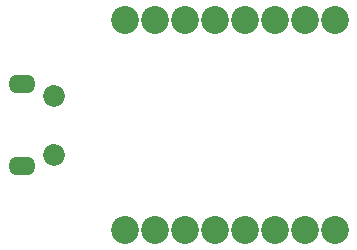
<source format=gbs>
G04 #@! TF.GenerationSoftware,KiCad,Pcbnew,(5.0.0)*
G04 #@! TF.CreationDate,2018-08-19T14:30:57-03:00*
G04 #@! TF.ProjectId,franzininho-tiny841,6672616E7A696E696E686F2D74696E79,rev?*
G04 #@! TF.SameCoordinates,Original*
G04 #@! TF.FileFunction,Soldermask,Bot*
G04 #@! TF.FilePolarity,Negative*
%FSLAX46Y46*%
G04 Gerber Fmt 4.6, Leading zero omitted, Abs format (unit mm)*
G04 Created by KiCad (PCBNEW (5.0.0)) date 08/19/18 14:30:57*
%MOMM*%
%LPD*%
G01*
G04 APERTURE LIST*
%ADD10C,1.850000*%
%ADD11O,2.300000X1.600000*%
%ADD12C,2.360000*%
G04 APERTURE END LIST*
D10*
G04 #@! TO.C,J1*
X184469500Y-110530000D03*
X184469500Y-115530000D03*
D11*
X181769500Y-109530000D03*
X181769500Y-116530000D03*
G04 #@! TD*
D12*
G04 #@! TO.C,J2*
X208280000Y-104140000D03*
X205740000Y-104140000D03*
X203200000Y-104140000D03*
X200660000Y-104140000D03*
X198120000Y-104140000D03*
X195580000Y-104140000D03*
X193040000Y-104140000D03*
X190500000Y-104140000D03*
G04 #@! TD*
G04 #@! TO.C,J3*
X190500000Y-121920000D03*
X193040000Y-121920000D03*
X195580000Y-121920000D03*
X198120000Y-121920000D03*
X200660000Y-121920000D03*
X203200000Y-121920000D03*
X205740000Y-121920000D03*
X208280000Y-121920000D03*
G04 #@! TD*
M02*

</source>
